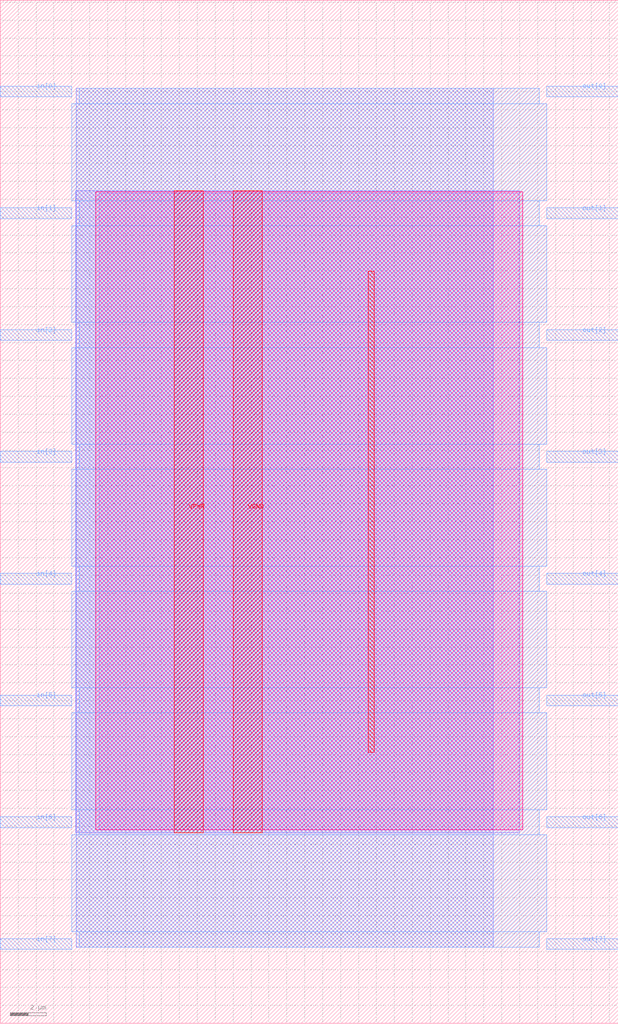
<source format=lef>
VERSION 5.7 ;
  NOWIREEXTENSIONATPIN ON ;
  DIVIDERCHAR "/" ;
  BUSBITCHARS "[]" ;
MACRO twos_complement
  CLASS BLOCK ;
  FOREIGN twos_complement ;
  ORIGIN 0.000 0.000 ;
  SIZE 34.500 BY 57.120 ;
  PIN VGND
    DIRECTION INOUT ;
    USE GROUND ;
    PORT
      LAYER met4 ;
        RECT 13.020 10.640 14.620 46.480 ;
    END
  END VGND
  PIN VPWR
    DIRECTION INOUT ;
    USE POWER ;
    PORT
      LAYER met4 ;
        RECT 9.720 10.640 11.320 46.480 ;
    END
  END VPWR
  PIN in[0]
    DIRECTION INPUT ;
    USE SIGNAL ;
    ANTENNAGATEAREA 0.126000 ;
    PORT
      LAYER met3 ;
        RECT 0.000 51.720 4.000 52.320 ;
    END
  END in[0]
  PIN in[1]
    DIRECTION INPUT ;
    USE SIGNAL ;
    ANTENNAGATEAREA 0.196500 ;
    PORT
      LAYER met3 ;
        RECT 0.000 44.920 4.000 45.520 ;
    END
  END in[1]
  PIN in[2]
    DIRECTION INPUT ;
    USE SIGNAL ;
    ANTENNAGATEAREA 0.196500 ;
    PORT
      LAYER met3 ;
        RECT 0.000 38.120 4.000 38.720 ;
    END
  END in[2]
  PIN in[3]
    DIRECTION INPUT ;
    USE SIGNAL ;
    ANTENNAGATEAREA 0.196500 ;
    PORT
      LAYER met3 ;
        RECT 0.000 31.320 4.000 31.920 ;
    END
  END in[3]
  PIN in[4]
    DIRECTION INPUT ;
    USE SIGNAL ;
    ANTENNAGATEAREA 0.196500 ;
    PORT
      LAYER met3 ;
        RECT 0.000 24.520 4.000 25.120 ;
    END
  END in[4]
  PIN in[5]
    DIRECTION INPUT ;
    USE SIGNAL ;
    ANTENNAGATEAREA 0.196500 ;
    PORT
      LAYER met3 ;
        RECT 0.000 17.720 4.000 18.320 ;
    END
  END in[5]
  PIN in[6]
    DIRECTION INPUT ;
    USE SIGNAL ;
    ANTENNAGATEAREA 0.196500 ;
    PORT
      LAYER met3 ;
        RECT 0.000 10.920 4.000 11.520 ;
    END
  END in[6]
  PIN in[7]
    DIRECTION INPUT ;
    USE SIGNAL ;
    ANTENNAGATEAREA 0.196500 ;
    PORT
      LAYER met3 ;
        RECT 0.000 4.120 4.000 4.720 ;
    END
  END in[7]
  PIN out[0]
    DIRECTION OUTPUT ;
    USE SIGNAL ;
    ANTENNADIFFAREA 0.445500 ;
    PORT
      LAYER met3 ;
        RECT 30.500 51.720 34.500 52.320 ;
    END
  END out[0]
  PIN out[1]
    DIRECTION OUTPUT ;
    USE SIGNAL ;
    ANTENNADIFFAREA 0.445500 ;
    PORT
      LAYER met3 ;
        RECT 30.500 44.920 34.500 45.520 ;
    END
  END out[1]
  PIN out[2]
    DIRECTION OUTPUT ;
    USE SIGNAL ;
    ANTENNADIFFAREA 0.445500 ;
    PORT
      LAYER met3 ;
        RECT 30.500 38.120 34.500 38.720 ;
    END
  END out[2]
  PIN out[3]
    DIRECTION OUTPUT ;
    USE SIGNAL ;
    ANTENNADIFFAREA 0.445500 ;
    PORT
      LAYER met3 ;
        RECT 30.500 31.320 34.500 31.920 ;
    END
  END out[3]
  PIN out[4]
    DIRECTION OUTPUT ;
    USE SIGNAL ;
    ANTENNADIFFAREA 0.445500 ;
    PORT
      LAYER met3 ;
        RECT 30.500 24.520 34.500 25.120 ;
    END
  END out[4]
  PIN out[5]
    DIRECTION OUTPUT ;
    USE SIGNAL ;
    ANTENNADIFFAREA 0.445500 ;
    PORT
      LAYER met3 ;
        RECT 30.500 17.720 34.500 18.320 ;
    END
  END out[5]
  PIN out[6]
    DIRECTION OUTPUT ;
    USE SIGNAL ;
    ANTENNADIFFAREA 0.445500 ;
    PORT
      LAYER met3 ;
        RECT 30.500 10.920 34.500 11.520 ;
    END
  END out[6]
  PIN out[7]
    DIRECTION OUTPUT ;
    USE SIGNAL ;
    ANTENNADIFFAREA 0.795200 ;
    PORT
      LAYER met3 ;
        RECT 30.500 4.120 34.500 4.720 ;
    END
  END out[7]
  OBS
      LAYER nwell ;
        RECT 5.330 10.795 29.170 46.430 ;
      LAYER li1 ;
        RECT 5.520 10.795 28.980 46.325 ;
      LAYER met1 ;
        RECT 4.210 10.640 28.980 46.480 ;
      LAYER met2 ;
        RECT 4.230 4.235 27.510 52.205 ;
      LAYER met3 ;
        RECT 4.400 51.320 30.100 52.185 ;
        RECT 3.990 45.920 30.500 51.320 ;
        RECT 4.400 44.520 30.100 45.920 ;
        RECT 3.990 39.120 30.500 44.520 ;
        RECT 4.400 37.720 30.100 39.120 ;
        RECT 3.990 32.320 30.500 37.720 ;
        RECT 4.400 30.920 30.100 32.320 ;
        RECT 3.990 25.520 30.500 30.920 ;
        RECT 4.400 24.120 30.100 25.520 ;
        RECT 3.990 18.720 30.500 24.120 ;
        RECT 4.400 17.320 30.100 18.720 ;
        RECT 3.990 11.920 30.500 17.320 ;
        RECT 4.400 10.520 30.100 11.920 ;
        RECT 3.990 5.120 30.500 10.520 ;
        RECT 4.400 4.255 30.100 5.120 ;
      LAYER met4 ;
        RECT 20.535 15.135 20.865 41.985 ;
  END
END twos_complement
END LIBRARY


</source>
